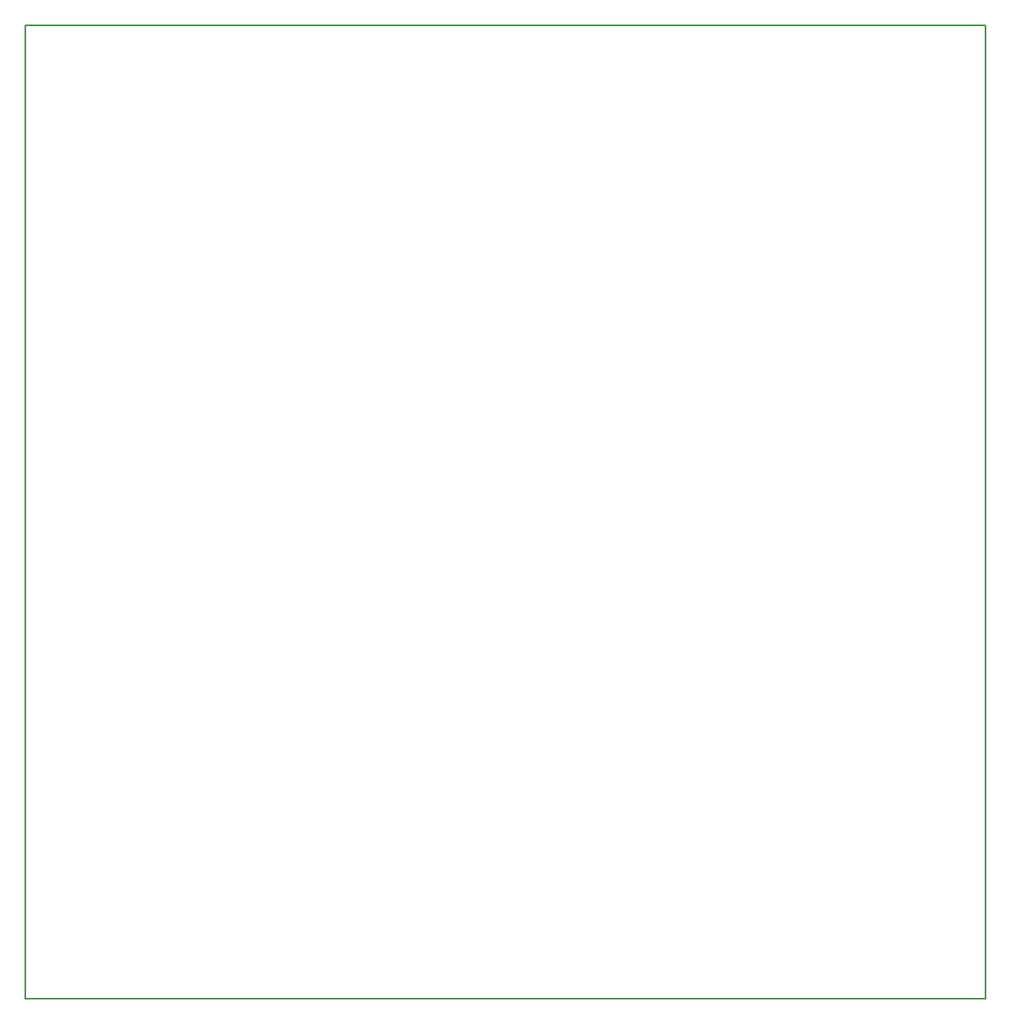
<source format=gm1>
G04 #@! TF.GenerationSoftware,KiCad,Pcbnew,9.0.6*
G04 #@! TF.CreationDate,2025-11-26T10:40:33-06:00*
G04 #@! TF.ProjectId,slu,736c752e-6b69-4636-9164-5f7063625858,rev?*
G04 #@! TF.SameCoordinates,Original*
G04 #@! TF.FileFunction,Profile,NP*
%FSLAX46Y46*%
G04 Gerber Fmt 4.6, Leading zero omitted, Abs format (unit mm)*
G04 Created by KiCad (PCBNEW 9.0.6) date 2025-11-26 10:40:33*
%MOMM*%
%LPD*%
G01*
G04 APERTURE LIST*
G04 #@! TA.AperFunction,Profile*
%ADD10C,0.200000*%
G04 #@! TD*
G04 APERTURE END LIST*
D10*
X56933400Y-48107600D02*
X156500000Y-48107600D01*
X156500000Y-149000000D01*
X56933400Y-149000000D01*
X56933400Y-48107600D01*
M02*

</source>
